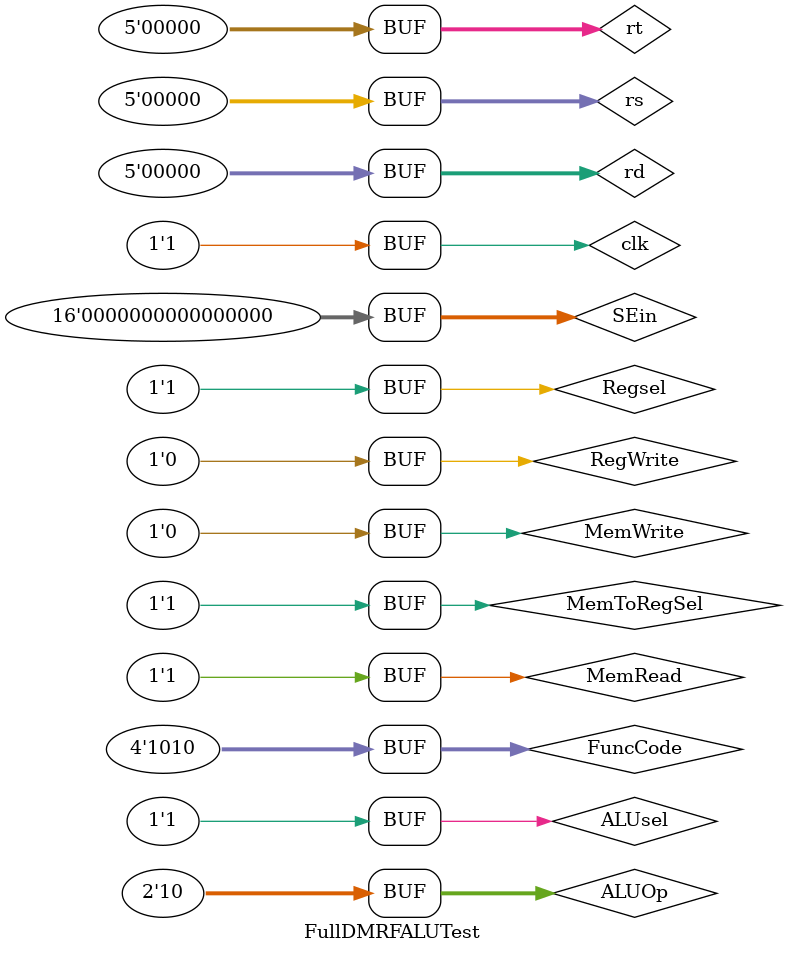
<source format=v>
`timescale 1ns / 1ps


module FullDMRFALUTest;

	// Inputs
	reg [4:0] rs;
	reg [4:0] rt;
	reg [4:0] rd;
	reg [15:0] SEin;
	reg [3:0] FuncCode;
	reg Regsel;
	reg ALUsel;
	reg [1:0]ALUOp;
	reg MemWrite;
	reg MemRead;
	reg MemToRegSel;
	reg RegWrite;
	reg clk;

	// Outputs
	wire Zero;

	// Instantiate the Unit Under Test (UUT)
	FullDMRFALU uut (
		.rs(rs), 
		.rt(rt), 
		.rd(rd), 
		.SEin(SEin), 
		.FuncCode(FuncCode), 
		.Regsel(Regsel), 
		.ALUsel(ALUsel), 
		.ALUOp(ALUOp), 
		.MemWrite(MemWrite), 
		.MemRead(MemRead), 
		.MemToRegSel(MemToRegSel), 
		.RegWrite(RegWrite), 
		.clk(clk), 
		.Zero(Zero)
	);
	always
	begin
		#50 clk = 0;
		#50 clk = 1;
	end

	initial begin
		// Initialize Inputs
		rs = 0;
		rt = 0;
		rd = 0;
		SEin = 0;
		FuncCode = 0;
		Regsel = 1;
		ALUsel = 1;
		ALUOp = 0;
		MemWrite = 1;
		MemRead = 1;
		MemToRegSel = 1;
		RegWrite = 1;
		clk = 0;

		// Wait 100 ns for global reset to finish
		#50;
        
		// Add stimulus here
		rs = 0;
		rt = 0;
		rd = 0;
		SEin = 16'h0014;
		Regsel = 1;
		ALUsel = 1;
		MemRead = 1;
		MemToRegSel = 1;
		
		#100;
		rs = 0;
		rt = 0;
		rd = 0;
		SEin = 16'h0028;
		FuncCode = 0;
		Regsel = 1;
		ALUsel = 1;
		ALUOp = 2'b10;
		MemWrite = 0;
		MemRead = 1;
		MemToRegSel = 1;
		RegWrite = 0;
///////////////////////////////////////////////////
		#100;
		rs = 0;
		SEin = 0;
		Regsel =1;
		ALUsel = 1;
		MemRead =1;
		MemToRegSel = 0;
			

		#100;
		rs = 0;
		rt = 0;
		rd = 0;
		SEin = 0;
		FuncCode = 4'b0010;
		Regsel = 1;
		ALUsel = 1;
		ALUOp = 2'b10;
		MemWrite = 0;
		MemRead = 1;
		MemToRegSel = 1;
		RegWrite = 0;
			

		#100;
		rs = 0;
		rt = 0;
		rd = 0;
		SEin = 0;
		FuncCode = 4'b0100;
		Regsel = 1;
		ALUsel = 1;
		ALUOp = 2'b10;
		MemWrite = 0;
		MemRead = 1;
		MemToRegSel = 1;
		RegWrite = 0;
	

		#100;
		rs = 0;
		rt = 0;
		rd = 0;
		SEin = 0;
		FuncCode = 4'b0101;
		Regsel = 1;
		ALUsel = 1;
		ALUOp = 2'b10;
		MemWrite = 0;
		MemRead = 1;
		MemToRegSel = 1;
		RegWrite = 0;
		

		#100;
		rs = 0;
		rt = 0;
		rd = 0;
		SEin = 0;
		FuncCode = 4'b1010;
		Regsel = 1;
		ALUsel = 1;
		ALUOp = 2'b10;
		MemWrite = 0;
		MemRead = 1;
		MemToRegSel = 1;
		RegWrite = 0;

		#100;
		rs = 0;
		rt = 0;
		rd = 0;
		SEin = 16'h0014;
		FuncCode = 0;
		Regsel = 1;
		ALUsel = 1;
		ALUOp = 2'b10;
		MemWrite = 0;
		MemRead = 1;
		MemToRegSel = 1;
		RegWrite = 0;
		
		#100;
		rs = 0;
		rt = 0;
		rd = 0;
		SEin = 16'h0028;
		FuncCode = 0;
		Regsel = 1;
		ALUsel = 1;
		ALUOp = 2'b10;
		MemWrite = 0;
		MemRead = 1;
		MemToRegSel = 1;
		RegWrite = 0;
///////////////////////////////////////////////////
		#100;
		rs = 0;
		rt = 0;
		rd = 0;
		SEin = 0;
		FuncCode = 4'b00000;
		Regsel =1;
		ALUsel = 1;
		ALUOp = 2'b10;
		MemWrite = 0;
		MemRead =1;
		MemToRegSel = 0;
		RegWrite = 0;
			

		#100;
		rs = 0;
		rt = 0;
		rd = 0;
		SEin = 0;
		FuncCode = 4'b0010;
		Regsel = 1;
		ALUsel = 1;
		ALUOp = 2'b10;
		MemWrite = 0;
		MemRead = 1;
		MemToRegSel = 1;
		RegWrite = 0;
			

		#100;
		rs = 0;
		rt = 0;
		rd = 0;
		SEin = 0;
		FuncCode = 4'b0100;
		Regsel = 1;
		ALUsel = 1;
		ALUOp = 2'b10;
		MemWrite = 0;
		MemRead = 1;
		MemToRegSel = 1;
		RegWrite = 0;
	

		#100;
		rs = 0;
		rt = 0;
		rd = 0;
		SEin = 0;
		FuncCode = 4'b0101;
		Regsel = 1;
		ALUsel = 1;
		ALUOp = 2'b10;
		MemWrite = 0;
		MemRead = 1;
		MemToRegSel = 1;
		RegWrite = 0;
		

		#100;
		rs = 0;
		rt = 0;
		rd = 0;
		SEin = 0;
		FuncCode = 4'b1010;
		Regsel = 1;
		ALUsel = 1;
		ALUOp = 2'b10;
		MemWrite = 0;
		MemRead = 1;
		MemToRegSel = 1;
		RegWrite = 0;			
	end
      
endmodule


</source>
